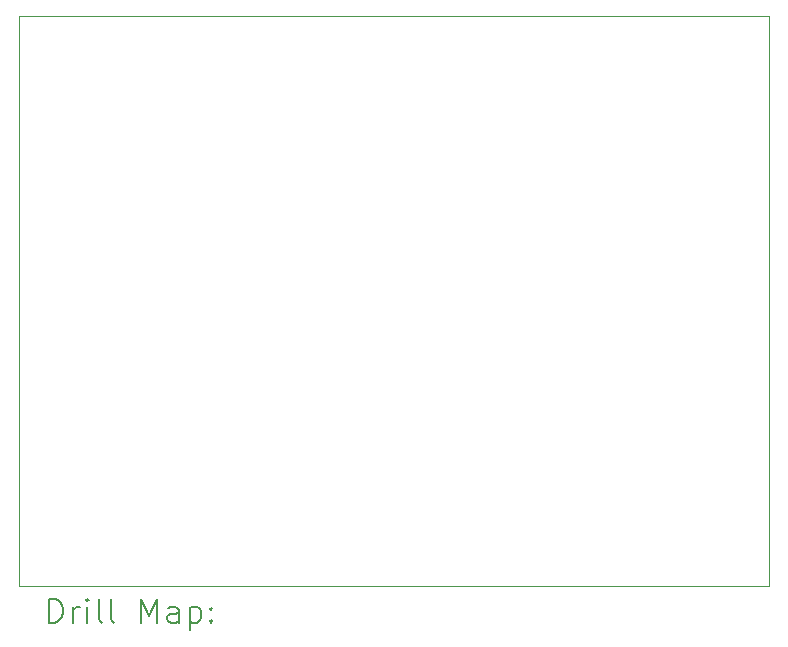
<source format=gbr>
%FSLAX45Y45*%
G04 Gerber Fmt 4.5, Leading zero omitted, Abs format (unit mm)*
G04 Created by KiCad (PCBNEW (6.0.4-0)) date 2022-06-08 11:17:16*
%MOMM*%
%LPD*%
G01*
G04 APERTURE LIST*
%TA.AperFunction,Profile*%
%ADD10C,0.050000*%
%TD*%
%ADD11C,0.200000*%
G04 APERTURE END LIST*
D10*
X18034000Y-2540000D02*
X18034000Y-7366000D01*
X18034000Y-7366000D02*
X11684000Y-7366000D01*
X11684000Y-7366000D02*
X11684000Y-2540000D01*
X11684000Y-2540000D02*
X18034000Y-2540000D01*
D11*
X11939119Y-7678976D02*
X11939119Y-7478976D01*
X11986738Y-7478976D01*
X12015309Y-7488500D01*
X12034357Y-7507548D01*
X12043881Y-7526595D01*
X12053405Y-7564690D01*
X12053405Y-7593262D01*
X12043881Y-7631357D01*
X12034357Y-7650405D01*
X12015309Y-7669452D01*
X11986738Y-7678976D01*
X11939119Y-7678976D01*
X12139119Y-7678976D02*
X12139119Y-7545643D01*
X12139119Y-7583738D02*
X12148643Y-7564690D01*
X12158167Y-7555167D01*
X12177214Y-7545643D01*
X12196262Y-7545643D01*
X12262928Y-7678976D02*
X12262928Y-7545643D01*
X12262928Y-7478976D02*
X12253405Y-7488500D01*
X12262928Y-7498024D01*
X12272452Y-7488500D01*
X12262928Y-7478976D01*
X12262928Y-7498024D01*
X12386738Y-7678976D02*
X12367690Y-7669452D01*
X12358167Y-7650405D01*
X12358167Y-7478976D01*
X12491500Y-7678976D02*
X12472452Y-7669452D01*
X12462928Y-7650405D01*
X12462928Y-7478976D01*
X12720071Y-7678976D02*
X12720071Y-7478976D01*
X12786738Y-7621833D01*
X12853405Y-7478976D01*
X12853405Y-7678976D01*
X13034357Y-7678976D02*
X13034357Y-7574214D01*
X13024833Y-7555167D01*
X13005786Y-7545643D01*
X12967690Y-7545643D01*
X12948643Y-7555167D01*
X13034357Y-7669452D02*
X13015309Y-7678976D01*
X12967690Y-7678976D01*
X12948643Y-7669452D01*
X12939119Y-7650405D01*
X12939119Y-7631357D01*
X12948643Y-7612309D01*
X12967690Y-7602786D01*
X13015309Y-7602786D01*
X13034357Y-7593262D01*
X13129595Y-7545643D02*
X13129595Y-7745643D01*
X13129595Y-7555167D02*
X13148643Y-7545643D01*
X13186738Y-7545643D01*
X13205786Y-7555167D01*
X13215309Y-7564690D01*
X13224833Y-7583738D01*
X13224833Y-7640881D01*
X13215309Y-7659928D01*
X13205786Y-7669452D01*
X13186738Y-7678976D01*
X13148643Y-7678976D01*
X13129595Y-7669452D01*
X13310548Y-7659928D02*
X13320071Y-7669452D01*
X13310548Y-7678976D01*
X13301024Y-7669452D01*
X13310548Y-7659928D01*
X13310548Y-7678976D01*
X13310548Y-7555167D02*
X13320071Y-7564690D01*
X13310548Y-7574214D01*
X13301024Y-7564690D01*
X13310548Y-7555167D01*
X13310548Y-7574214D01*
M02*

</source>
